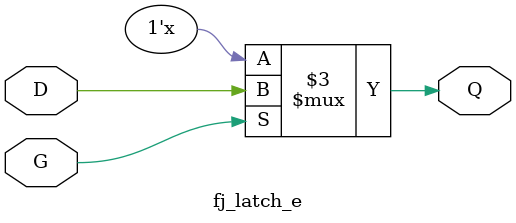
<source format=v>
module fj_latch_e(Q, G, D);
output Q; 
input  G, D;
       reg Q;
always @ (G or D) begin
       if (G==1)     Q <= #1 D;
end
endmodule
</source>
